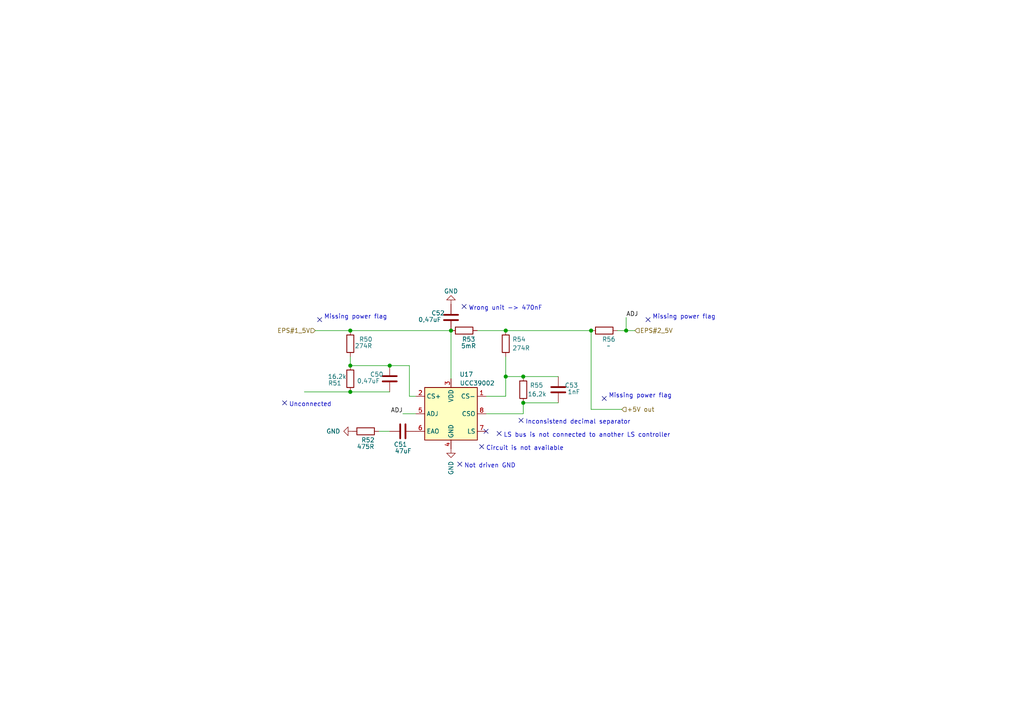
<source format=kicad_sch>
(kicad_sch (version 20210621) (generator eeschema)
  (paper "A4")
  (lib_symbols
    (symbol "Device:C" (pin_numbers hide) (pin_names (offset 0.254))
      (property "Reference" "C" (at 0.635 2.54 0))
      (property "Value" "C" (at 0.635 -2.54 0))
      (symbol "C_0_1"
        (polyline (pts (xy -2.032 -0.762) (xy 2.032 -0.762)) (stroke (width 0.508)))
        (polyline (pts (xy -2.032 0.762) (xy 2.032 0.762)) (stroke (width 0.508)))
      )
      (symbol "C_1_1"
        (pin passive line (at 0 3.81 270) (length 2.794) (name "~") (number "1"))
        (pin passive line (at 0 -3.81 90) (length 2.794) (name "~") (number "2"))
      )
    )
    (symbol "Device:R" (pin_numbers hide) (pin_names (offset 0))
      (property "Reference" "R" (at 2.032 0 90))
      (property "Value" "R" (at 0 0 90))
      (symbol "R_0_1"
        (rectangle (start -1.016 -2.54) (end 1.016 2.54) (stroke (width 0.254)))
      )
      (symbol "R_1_1"
        (pin passive line (at 0 3.81 270) (length 1.27) (name "~") (number "1"))
        (pin passive line (at 0 -3.81 90) (length 1.27) (name "~") (number "2"))
      )
    )
    (symbol "Power_Management:UCC39002D"
      (property "Reference" "U" (at -6.35 8.89 0))
      (property "Value" "UCC39002D" (at 2.54 8.89 0))
      (symbol "UCC39002D_0_1"
        (rectangle (start -7.62 7.62) (end 7.62 -7.62) (stroke (width 0.254)) (fill (type background)))
      )
      (symbol "UCC39002D_1_1"
        (pin input line (at 10.16 5.08 180) (length 2.54) (name "CS-") (number "1"))
        (pin input line (at -10.16 5.08 0) (length 2.54) (name "CS+") (number "2"))
        (pin power_in line (at 0 10.16 270) (length 2.54) (name "VDD") (number "3"))
        (pin power_in line (at 0 -10.16 90) (length 2.54) (name "GND") (number "4"))
        (pin open_collector line (at -10.16 0 0) (length 2.54) (name "ADJ") (number "5"))
        (pin passive line (at -10.16 -5.08 0) (length 2.54) (name "EAO") (number "6"))
        (pin passive line (at 10.16 -5.08 180) (length 2.54) (name "LS") (number "7"))
        (pin output line (at 10.16 0 180) (length 2.54) (name "CSO") (number "8"))
      )
    )
    (symbol "power:GND" (power) (pin_names (offset 0))
      (property "Value" "GND" (at 0 -3.81 0))
      (symbol "GND_0_1"
        (polyline (pts (xy 0 0) (xy 0 -1.27) (xy 1.27 -1.27) (xy 0 -2.54) (xy -1.27 -1.27) (xy 0 -1.27)))
      )
      (symbol "GND_1_1"
        (pin power_in line (at 0 0 270) (length 0) hide (name "GND") (number "1"))
      )
    )
  )
  (junction (at 101.6 95.885) (diameter 1.016))
  (junction (at 101.6 106.045) (diameter 1.016))
  (junction (at 101.6 113.665) (diameter 1.016))
  (junction (at 113.03 106.045) (diameter 1.016))
  (junction (at 130.81 95.885) (diameter 1.016))
  (junction (at 146.685 95.885) (diameter 1.016))
  (junction (at 146.685 109.22) (diameter 1.016))
  (junction (at 151.765 109.22) (diameter 1.016))
  (junction (at 151.765 116.84) (diameter 1.016))
  (junction (at 171.45 95.885) (diameter 1.016))
  (junction (at 181.61 95.885) (diameter 1.016))
  (no_connect (at 82.55 116.84))
  (no_connect (at 92.71 92.71))
  (no_connect (at 133.35 134.62))
  (no_connect (at 134.62 88.9))
  (no_connect (at 139.7 129.54))
  (no_connect (at 140.97 125.095))
  (no_connect (at 144.78 125.73))
  (no_connect (at 151.13 121.92))
  (no_connect (at 175.26 115.57))
  (no_connect (at 187.96 92.71))
  (wire (pts (xy 88.265 113.665) (xy 101.6 113.665)))
  (wire (pts (xy 101.6 95.885) (xy 91.44 95.885)))
  (wire (pts (xy 101.6 103.505) (xy 101.6 106.045)))
  (wire (pts (xy 101.6 106.045) (xy 113.03 106.045)))
  (wire (pts (xy 101.6 113.665) (xy 113.03 113.665)))
  (wire (pts (xy 109.855 125.095) (xy 113.03 125.095)))
  (wire (pts (xy 113.03 106.045) (xy 118.745 106.045)))
  (wire (pts (xy 116.84 120.015) (xy 120.65 120.015)))
  (wire (pts (xy 118.745 114.935) (xy 118.745 106.045)))
  (wire (pts (xy 120.65 114.935) (xy 118.745 114.935)))
  (wire (pts (xy 130.81 95.885) (xy 101.6 95.885)))
  (wire (pts (xy 130.81 109.855) (xy 130.81 95.885)))
  (wire (pts (xy 138.43 95.885) (xy 146.685 95.885)))
  (wire (pts (xy 140.97 114.935) (xy 146.685 114.935)))
  (wire (pts (xy 140.97 120.015) (xy 151.765 120.015)))
  (wire (pts (xy 146.685 95.885) (xy 171.45 95.885)))
  (wire (pts (xy 146.685 103.505) (xy 146.685 109.22)))
  (wire (pts (xy 146.685 109.22) (xy 146.685 114.935)))
  (wire (pts (xy 146.685 109.22) (xy 151.765 109.22)))
  (wire (pts (xy 151.765 109.22) (xy 161.925 109.22)))
  (wire (pts (xy 151.765 116.84) (xy 161.925 116.84)))
  (wire (pts (xy 151.765 120.015) (xy 151.765 116.84)))
  (wire (pts (xy 171.45 95.885) (xy 171.45 118.745)))
  (wire (pts (xy 171.45 118.745) (xy 180.34 118.745)))
  (wire (pts (xy 179.07 95.885) (xy 181.61 95.885)))
  (wire (pts (xy 181.61 92.075) (xy 181.61 95.885)))
  (wire (pts (xy 181.61 95.885) (xy 184.15 95.885)))
  (text "Unconnected" (at 83.82 118.11 0) (effects (font (size 1.27 1.27)) (justify left bottom)))
  (text "Missing power flag" (at 93.98 92.71 0) (effects (font (size 1.27 1.27)) (justify left bottom)))
  (text "Not driven GND" (at 134.62 135.89 0) (effects (font (size 1.27 1.27)) (justify left bottom)))
  (text "Wrong unit -> 470nF" (at 135.89 90.17 0) (effects (font (size 1.27 1.27)) (justify left bottom)))
  (text "Circuit is not available" (at 140.97 130.81 0) (effects (font (size 1.27 1.27)) (justify left bottom)))
  (text "LS bus is not connected to another LS controller" (at 146.05 127 0) (effects (font (size 1.27 1.27)) (justify left bottom)))
  (text "Inconsistend decimal separator" (at 152.4 123.19 0) (effects (font (size 1.27 1.27)) (justify left bottom)))
  (text "Missing power flag" (at 176.53 115.57 0) (effects (font (size 1.27 1.27)) (justify left bottom)))
  (text "Missing power flag" (at 189.23 92.71 0) (effects (font (size 1.27 1.27)) (justify left bottom)))
  (label "ADJ" (at 116.84 120.015 180))
  (label "ADJ" (at 181.61 92.075 0))
  (hierarchical_label "EPS#1_5V" (shape input) (at 91.44 95.885 180))
  (hierarchical_label "+5V out" (shape input) (at 180.34 118.745 0))
  (hierarchical_label "EPS#2_5V" (shape input) (at 184.15 95.885 0))
  (symbol (lib_id "power:GND") (at 102.235 125.095 270) (unit 1)
    (property "Reference" "#PWR0144" (effects hide))
    (property "Value" "GND" (at 94.615 125.0949 90) (effects (justify left)))
  )
  (symbol (lib_id "power:GND") (at 130.81 88.265 180) (unit 1)
    (property "Reference" "#PWR0143" (effects hide))
    (property "Value" "GND" (at 130.81 84.455 0))
  )
  (symbol (lib_id "power:GND") (at 130.81 130.175 0) (unit 1)
    (property "Reference" "#PWR0145" (effects hide))
    (property "Value" "GND" (at 130.8099 137.795 90) (effects (justify left)))
  )
  (symbol (lib_id "Device:R") (at 101.6 99.695 0) (unit 1)
    (property "Reference" "R50" (at 104.1401 98.425 0) (effects (justify left)))
    (property "Value" "274R" (at 105.41 100.33 0))
  )
  (symbol (lib_id "Device:R") (at 101.6 109.855 180) (unit 1)
    (property "Reference" "R51" (at 99.0599 111.125 0) (effects (justify left)))
    (property "Value" "16.2k" (at 97.79 109.22 0))
  )
  (symbol (lib_id "Device:R") (at 106.045 125.095 270) (unit 1)
    (property "Reference" "R52" (at 104.7751 127.635 90) (effects (justify left)))
    (property "Value" "475R" (at 106.045 129.54 90))
  )
  (symbol (lib_id "Device:R") (at 134.62 95.885 270) (unit 1)
    (property "Reference" "R53" (at 133.9851 98.425 90) (effects (justify left)))
    (property "Value" "5mR" (at 135.89 100.33 90))
  )
  (symbol (lib_id "Device:R") (at 146.685 99.695 0) (unit 1)
    (property "Reference" "R54" (at 148.59 98.4249 0) (effects (justify left)))
    (property "Value" "274R" (at 148.59 100.9649 0) (effects (justify left)))
  )
  (symbol (lib_id "Device:R") (at 151.765 113.03 0) (unit 1)
    (property "Reference" "R55" (at 153.67 111.7599 0) (effects (justify left)))
    (property "Value" "16,2k" (at 153.035 114.2999 0) (effects (justify left)))
  )
  (symbol (lib_id "Device:R") (at 175.26 95.885 270) (unit 1)
    (property "Reference" "R56" (at 174.6251 98.425 90) (effects (justify left)))
    (property "Value" "~" (at 176.53 100.33 90))
  )
  (symbol (lib_id "Device:C") (at 113.03 109.855 180) (unit 1)
    (property "Reference" "C50" (at 107.315 108.5849 0) (effects (justify right)))
    (property "Value" "0,47uF" (at 103.505 110.4899 0) (effects (justify right)))
  )
  (symbol (lib_id "Device:C") (at 116.84 125.095 270) (unit 1)
    (property "Reference" "C51" (at 118.1099 128.905 90) (effects (justify right)))
    (property "Value" "47uF" (at 119.3799 130.81 90) (effects (justify right)))
  )
  (symbol (lib_id "Device:C") (at 130.81 92.075 180) (unit 1)
    (property "Reference" "C52" (at 125.095 90.8049 0) (effects (justify right)))
    (property "Value" "0,47uF" (at 121.285 92.7099 0) (effects (justify right)))
  )
  (symbol (lib_id "Device:C") (at 161.925 113.03 180) (unit 1)
    (property "Reference" "C53" (at 165.735 111.76 0))
    (property "Value" "1nF" (at 168.275 113.665 0) (effects (justify left)))
  )
  (symbol (lib_id "Power_Management:UCC39002D") (at 130.81 120.015 0) (unit 1)
    (property "Reference" "U17" (at 135.255 108.585 0))
    (property "Value" "UCC39002" (at 133.35 111.125 0) (effects (justify left)))
    (property "Datasheet" "http://www.ti.com/lit/ds/slus495i/slus495i.pdf" (effects hide))
  )
)
</source>
